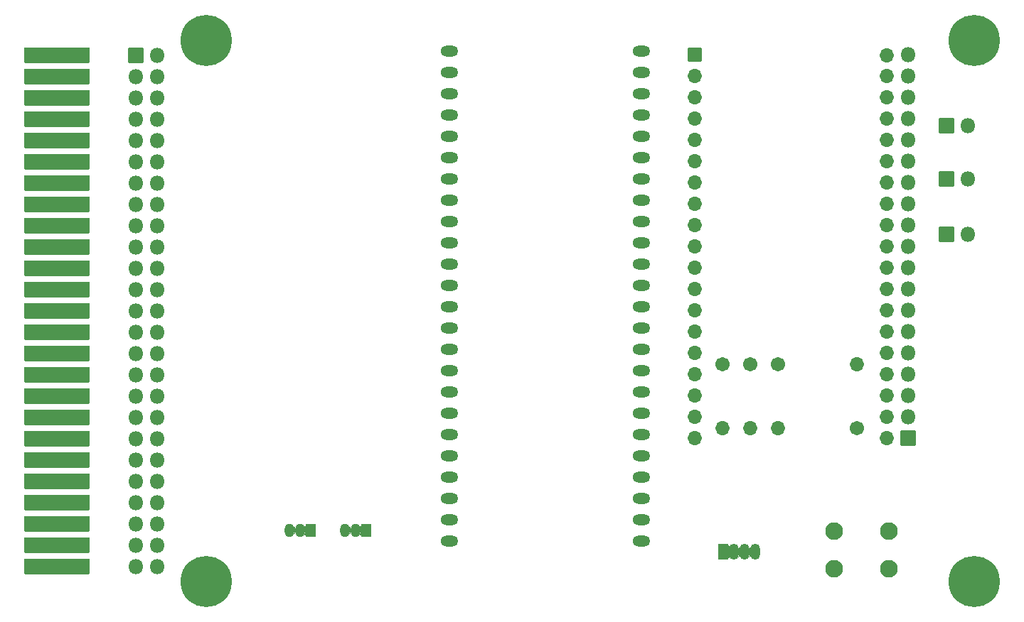
<source format=gbr>
%TF.GenerationSoftware,KiCad,Pcbnew,(6.0.7)*%
%TF.CreationDate,2022-08-24T05:19:48-07:00*%
%TF.ProjectId,TRS-IO-M1,5452532d-494f-42d4-9d31-2e6b69636164,rev?*%
%TF.SameCoordinates,Original*%
%TF.FileFunction,Soldermask,Bot*%
%TF.FilePolarity,Negative*%
%FSLAX46Y46*%
G04 Gerber Fmt 4.6, Leading zero omitted, Abs format (unit mm)*
G04 Created by KiCad (PCBNEW (6.0.7)) date 2022-08-24 05:19:48*
%MOMM*%
%LPD*%
G01*
G04 APERTURE LIST*
G04 Aperture macros list*
%AMRoundRect*
0 Rectangle with rounded corners*
0 $1 Rounding radius*
0 $2 $3 $4 $5 $6 $7 $8 $9 X,Y pos of 4 corners*
0 Add a 4 corners polygon primitive as box body*
4,1,4,$2,$3,$4,$5,$6,$7,$8,$9,$2,$3,0*
0 Add four circle primitives for the rounded corners*
1,1,$1+$1,$2,$3*
1,1,$1+$1,$4,$5*
1,1,$1+$1,$6,$7*
1,1,$1+$1,$8,$9*
0 Add four rect primitives between the rounded corners*
20,1,$1+$1,$2,$3,$4,$5,0*
20,1,$1+$1,$4,$5,$6,$7,0*
20,1,$1+$1,$6,$7,$8,$9,0*
20,1,$1+$1,$8,$9,$2,$3,0*%
G04 Aperture macros list end*
%ADD10RoundRect,0.051000X0.850000X0.850000X-0.850000X0.850000X-0.850000X-0.850000X0.850000X-0.850000X0*%
%ADD11O,1.802000X1.802000*%
%ADD12C,6.102000*%
%ADD13C,0.902000*%
%ADD14C,1.702000*%
%ADD15O,1.702000X1.702000*%
%ADD16O,2.102000X1.302000*%
%ADD17RoundRect,0.051000X0.525000X0.750000X-0.525000X0.750000X-0.525000X-0.750000X0.525000X-0.750000X0*%
%ADD18O,1.152000X1.602000*%
%ADD19RoundRect,0.051000X0.850000X-0.850000X0.850000X0.850000X-0.850000X0.850000X-0.850000X-0.850000X0*%
%ADD20RoundRect,0.051000X-0.800000X-0.800000X0.800000X-0.800000X0.800000X0.800000X-0.800000X0.800000X0*%
%ADD21RoundRect,0.051000X3.810000X-0.889000X3.810000X0.889000X-3.810000X0.889000X-3.810000X-0.889000X0*%
%ADD22RoundRect,0.051000X-0.535000X-0.900000X0.535000X-0.900000X0.535000X0.900000X-0.535000X0.900000X0*%
%ADD23O,1.172000X1.902000*%
%ADD24RoundRect,0.051000X-0.850000X-0.850000X0.850000X-0.850000X0.850000X0.850000X-0.850000X0.850000X0*%
%ADD25C,2.102000*%
G04 APERTURE END LIST*
D10*
%TO.C,J6*%
X208280000Y-108400000D03*
D11*
X208280000Y-105860000D03*
X208280000Y-103320000D03*
X208280000Y-100780000D03*
X208280000Y-98240000D03*
X208280000Y-95700000D03*
X208280000Y-93160000D03*
X208280000Y-90620000D03*
X208280000Y-88080000D03*
X208280000Y-85540000D03*
X208280000Y-83000000D03*
X208280000Y-80460000D03*
X208280000Y-77920000D03*
X208280000Y-75380000D03*
X208280000Y-72840000D03*
X208280000Y-70300000D03*
X208280000Y-67760000D03*
X208280000Y-65220000D03*
X208280000Y-62680000D03*
%TD*%
D12*
%TO.C,H1*%
X124714000Y-60960000D03*
D13*
X126304990Y-62550990D03*
X123123010Y-59369010D03*
X126964000Y-60960000D03*
X124714000Y-58710000D03*
X122464000Y-60960000D03*
X124714000Y-63210000D03*
X126304990Y-59369010D03*
X123123010Y-62550990D03*
%TD*%
%TO.C,H2*%
X217744990Y-62550990D03*
X218404000Y-60960000D03*
D12*
X216154000Y-60960000D03*
D13*
X213904000Y-60960000D03*
X214563010Y-62550990D03*
X214563010Y-59369010D03*
X217744990Y-59369010D03*
X216154000Y-63210000D03*
X216154000Y-58710000D03*
%TD*%
%TO.C,H3*%
X126964000Y-125476000D03*
X124714000Y-127726000D03*
X126304990Y-123885010D03*
X123123010Y-127066990D03*
D12*
X124714000Y-125476000D03*
D13*
X122464000Y-125476000D03*
X124714000Y-123226000D03*
X126304990Y-127066990D03*
X123123010Y-123885010D03*
%TD*%
%TO.C,H4*%
X217744990Y-123885010D03*
X213904000Y-125476000D03*
X217744990Y-127066990D03*
X216154000Y-127726000D03*
X214563010Y-123885010D03*
X218404000Y-125476000D03*
X216154000Y-123226000D03*
X214563010Y-127066990D03*
D12*
X216154000Y-125476000D03*
%TD*%
D14*
%TO.C,R1*%
X186182000Y-99568000D03*
D15*
X186182000Y-107188000D03*
%TD*%
D14*
%TO.C,R2*%
X192786000Y-99568000D03*
D15*
X192786000Y-107188000D03*
%TD*%
D16*
%TO.C,U5*%
X153650000Y-62230000D03*
X153650000Y-64770000D03*
X153650000Y-67310000D03*
X153650000Y-69850000D03*
X153650000Y-72390000D03*
X153650000Y-74930000D03*
X153650000Y-77470000D03*
X153650000Y-80010000D03*
X153650000Y-82550000D03*
X153650000Y-85090000D03*
X153650000Y-87630000D03*
X153650000Y-90170000D03*
X153650000Y-92710000D03*
X153650000Y-95250000D03*
X153650000Y-97790000D03*
X153650000Y-100330000D03*
X153650000Y-102870000D03*
X153650000Y-105410000D03*
X153650000Y-107950000D03*
X153650000Y-110490000D03*
X153650000Y-113030000D03*
X153650000Y-115570000D03*
X153650000Y-118110000D03*
X153650000Y-120650000D03*
X176550000Y-120650000D03*
X176550000Y-118110000D03*
X176550000Y-115570000D03*
X176550000Y-113030000D03*
X176550000Y-110490000D03*
X176550000Y-107950000D03*
X176550000Y-105410000D03*
X176550000Y-102870000D03*
X176550000Y-100330000D03*
X176550000Y-97790000D03*
X176550000Y-95250000D03*
X176550000Y-92710000D03*
X176550000Y-90170000D03*
X176550000Y-87630000D03*
X176550000Y-85090000D03*
X176550000Y-82550000D03*
X176550000Y-80010000D03*
X176550000Y-77470000D03*
X176550000Y-74930000D03*
X176550000Y-72390000D03*
X176550000Y-69850000D03*
X176550000Y-67310000D03*
X176550000Y-64770000D03*
X176550000Y-62230000D03*
%TD*%
D17*
%TO.C,Q2*%
X143764000Y-119380000D03*
D18*
X142494000Y-119380000D03*
X141224000Y-119380000D03*
%TD*%
D19*
%TO.C,J4*%
X212852000Y-71120000D03*
D11*
X215392000Y-71120000D03*
%TD*%
D20*
%TO.C,U6*%
X182880000Y-62645000D03*
D15*
X182880000Y-65185000D03*
X182880000Y-67725000D03*
X182880000Y-70265000D03*
X182880000Y-72805000D03*
X182880000Y-75345000D03*
X182880000Y-77885000D03*
X182880000Y-80425000D03*
X182880000Y-82965000D03*
X182880000Y-85505000D03*
X182880000Y-88045000D03*
X182880000Y-90585000D03*
X182880000Y-93125000D03*
X182880000Y-95665000D03*
X182880000Y-98205000D03*
X182880000Y-100745000D03*
X182880000Y-103285000D03*
X182880000Y-105825000D03*
X182880000Y-108365000D03*
X205740000Y-108365000D03*
X205740000Y-105825000D03*
X205740000Y-103285000D03*
X205740000Y-100745000D03*
X205740000Y-98205000D03*
X205740000Y-95665000D03*
X205740000Y-93125000D03*
X205740000Y-90585000D03*
X205740000Y-88045000D03*
X205740000Y-85505000D03*
X205740000Y-82965000D03*
X205740000Y-80425000D03*
X205740000Y-77885000D03*
X205740000Y-75345000D03*
X205740000Y-72805000D03*
X205740000Y-70265000D03*
X205740000Y-67725000D03*
X205740000Y-65185000D03*
X205740000Y-62708500D03*
%TD*%
D14*
%TO.C,R4*%
X202184000Y-107188000D03*
D15*
X202184000Y-99568000D03*
%TD*%
D21*
%TO.C,J1*%
X106934000Y-123698000D03*
X106934000Y-121158000D03*
X106934000Y-118618000D03*
X106934000Y-116078000D03*
X106934000Y-113538000D03*
X106934000Y-110998000D03*
X106934000Y-108458000D03*
X106934000Y-105918000D03*
X106934000Y-103378000D03*
X106934000Y-100838000D03*
X106934000Y-98298000D03*
X106934000Y-95758000D03*
X106934000Y-93218000D03*
X106934000Y-90678000D03*
X106934000Y-88138000D03*
X106934000Y-85598000D03*
X106934000Y-83058000D03*
X106934000Y-80518000D03*
X106934000Y-77978000D03*
X106934000Y-75438000D03*
X106934000Y-72898000D03*
X106934000Y-70358000D03*
X106934000Y-67818000D03*
X106934000Y-65278000D03*
X106934000Y-62738000D03*
%TD*%
D19*
%TO.C,J5*%
X212847000Y-84074000D03*
D11*
X215387000Y-84074000D03*
%TD*%
D19*
%TO.C,J3*%
X212852000Y-77470000D03*
D11*
X215392000Y-77470000D03*
%TD*%
D14*
%TO.C,R3*%
X189484000Y-99568000D03*
D15*
X189484000Y-107188000D03*
%TD*%
D22*
%TO.C,D1*%
X186314000Y-121920000D03*
D23*
X187584000Y-121920000D03*
X188854000Y-121920000D03*
X190124000Y-121920000D03*
%TD*%
D17*
%TO.C,Q1*%
X137160000Y-119380000D03*
D18*
X135890000Y-119380000D03*
X134620000Y-119380000D03*
%TD*%
D11*
%TO.C,J2*%
X118867000Y-123703000D03*
X116327000Y-123703000D03*
X118867000Y-121163000D03*
X116327000Y-121163000D03*
X118867000Y-118623000D03*
X116327000Y-118623000D03*
X118867000Y-116083000D03*
X116327000Y-116083000D03*
X118867000Y-113543000D03*
X116327000Y-113543000D03*
X118867000Y-111003000D03*
X116327000Y-111003000D03*
X118867000Y-108463000D03*
X116327000Y-108463000D03*
X118867000Y-105923000D03*
X116327000Y-105923000D03*
X118867000Y-103383000D03*
X116327000Y-103383000D03*
X118867000Y-100843000D03*
X116327000Y-100843000D03*
X118867000Y-98303000D03*
X116327000Y-98303000D03*
X118867000Y-95763000D03*
X116327000Y-95763000D03*
X118867000Y-93223000D03*
X116327000Y-93223000D03*
X118867000Y-90683000D03*
X116327000Y-90683000D03*
X118867000Y-88143000D03*
X116327000Y-88143000D03*
X118867000Y-85603000D03*
X116327000Y-85603000D03*
X118867000Y-83063000D03*
X116327000Y-83063000D03*
X118867000Y-80523000D03*
X116327000Y-80523000D03*
X118867000Y-77983000D03*
X116327000Y-77983000D03*
X118867000Y-75443000D03*
X116327000Y-75443000D03*
X118867000Y-72903000D03*
X116327000Y-72903000D03*
X118867000Y-70363000D03*
X116327000Y-70363000D03*
X118867000Y-67823000D03*
X116327000Y-67823000D03*
X118867000Y-65283000D03*
X116327000Y-65283000D03*
X118867000Y-62743000D03*
D24*
X116327000Y-62743000D03*
%TD*%
D25*
%TO.C,SW1*%
X205994000Y-123952000D03*
X199494000Y-123952000D03*
X205994000Y-119452000D03*
X199494000Y-119452000D03*
%TD*%
G36*
X186901919Y-121122267D02*
G01*
X186921595Y-121189279D01*
X186973938Y-121234634D01*
X187042491Y-121244491D01*
X187105647Y-121215648D01*
X187125702Y-121193450D01*
X187147559Y-121162350D01*
X187147880Y-121161993D01*
X187156637Y-121154354D01*
X187158600Y-121153969D01*
X187159915Y-121155476D01*
X187159539Y-121157079D01*
X187078255Y-121263010D01*
X187019916Y-121403854D01*
X187000000Y-121555132D01*
X187000000Y-122284868D01*
X187019916Y-122436146D01*
X187078255Y-122576990D01*
X187157646Y-122680455D01*
X187157907Y-122682438D01*
X187156320Y-122683656D01*
X187154728Y-122683166D01*
X187143790Y-122673420D01*
X187143473Y-122673060D01*
X187126528Y-122648406D01*
X187072578Y-122604506D01*
X187003750Y-122596775D01*
X186941671Y-122627481D01*
X186905962Y-122687018D01*
X186901984Y-122718092D01*
X186900772Y-122719683D01*
X186898788Y-122719429D01*
X186898000Y-122717838D01*
X186898000Y-121122830D01*
X186899000Y-121121098D01*
X186901000Y-121121098D01*
X186901919Y-121122267D01*
G37*
G36*
X189613359Y-121273141D02*
G01*
X189613393Y-121274748D01*
X189559916Y-121403854D01*
X189540000Y-121555132D01*
X189540000Y-122284868D01*
X189559916Y-122436146D01*
X189612204Y-122562380D01*
X189611943Y-122564363D01*
X189610095Y-122565128D01*
X189608708Y-122564278D01*
X189595993Y-122545778D01*
X189595466Y-122545820D01*
X189594730Y-122545220D01*
X189561864Y-122501704D01*
X189496869Y-122477778D01*
X189429259Y-122492789D01*
X189380329Y-122542137D01*
X189374003Y-122555800D01*
X189371504Y-122562209D01*
X189371277Y-122562633D01*
X189368091Y-122567167D01*
X189366277Y-122568009D01*
X189364641Y-122566859D01*
X189364607Y-122565252D01*
X189418084Y-122436146D01*
X189438000Y-122284868D01*
X189438000Y-121555132D01*
X189418084Y-121403854D01*
X189365796Y-121277620D01*
X189366057Y-121275637D01*
X189367905Y-121274872D01*
X189369292Y-121275722D01*
X189382007Y-121294222D01*
X189382534Y-121294180D01*
X189383270Y-121294780D01*
X189416136Y-121338296D01*
X189481131Y-121362222D01*
X189548741Y-121347211D01*
X189597671Y-121297863D01*
X189603997Y-121284200D01*
X189606496Y-121277791D01*
X189606723Y-121277367D01*
X189609909Y-121272833D01*
X189611723Y-121271991D01*
X189613359Y-121273141D01*
G37*
G36*
X188343359Y-121273141D02*
G01*
X188343393Y-121274748D01*
X188289916Y-121403854D01*
X188270000Y-121555132D01*
X188270000Y-122284868D01*
X188289916Y-122436146D01*
X188342204Y-122562380D01*
X188341943Y-122564363D01*
X188340095Y-122565128D01*
X188338708Y-122564278D01*
X188325993Y-122545778D01*
X188325466Y-122545820D01*
X188324730Y-122545220D01*
X188291864Y-122501704D01*
X188226869Y-122477778D01*
X188159259Y-122492789D01*
X188110329Y-122542137D01*
X188104003Y-122555800D01*
X188101504Y-122562209D01*
X188101277Y-122562633D01*
X188098091Y-122567167D01*
X188096277Y-122568009D01*
X188094641Y-122566859D01*
X188094607Y-122565252D01*
X188148084Y-122436146D01*
X188168000Y-122284868D01*
X188168000Y-121555132D01*
X188148084Y-121403854D01*
X188095796Y-121277620D01*
X188096057Y-121275637D01*
X188097905Y-121274872D01*
X188099292Y-121275722D01*
X188112007Y-121294222D01*
X188112534Y-121294180D01*
X188113270Y-121294780D01*
X188146136Y-121338296D01*
X188211131Y-121362222D01*
X188278741Y-121347211D01*
X188327671Y-121297863D01*
X188333997Y-121284200D01*
X188336496Y-121277791D01*
X188336723Y-121277367D01*
X188339909Y-121272833D01*
X188341723Y-121271991D01*
X188343359Y-121273141D01*
G37*
G36*
X136585212Y-118752649D02*
G01*
X136586000Y-118754240D01*
X136586000Y-120005678D01*
X136585000Y-120007410D01*
X136583000Y-120007410D01*
X136582081Y-120006241D01*
X136562405Y-119939229D01*
X136510062Y-119893874D01*
X136441509Y-119884017D01*
X136378352Y-119912860D01*
X136363437Y-119929370D01*
X136361534Y-119929985D01*
X136360050Y-119928644D01*
X136360366Y-119926811D01*
X136387085Y-119891990D01*
X136444424Y-119753558D01*
X136464000Y-119604868D01*
X136464000Y-119155132D01*
X136444424Y-119006442D01*
X136387085Y-118868010D01*
X136356125Y-118827662D01*
X136355864Y-118825679D01*
X136357451Y-118824461D01*
X136358974Y-118824893D01*
X136411421Y-118867572D01*
X136480249Y-118875303D01*
X136542328Y-118844598D01*
X136578038Y-118785061D01*
X136582016Y-118753986D01*
X136583228Y-118752395D01*
X136585212Y-118752649D01*
G37*
G36*
X143189212Y-118752649D02*
G01*
X143190000Y-118754240D01*
X143190000Y-120005678D01*
X143189000Y-120007410D01*
X143187000Y-120007410D01*
X143186081Y-120006241D01*
X143166405Y-119939229D01*
X143114062Y-119893874D01*
X143045509Y-119884017D01*
X142982352Y-119912860D01*
X142967437Y-119929370D01*
X142965534Y-119929985D01*
X142964050Y-119928644D01*
X142964366Y-119926811D01*
X142991085Y-119891990D01*
X143048424Y-119753558D01*
X143068000Y-119604868D01*
X143068000Y-119155132D01*
X143048424Y-119006442D01*
X142991085Y-118868010D01*
X142960125Y-118827662D01*
X142959864Y-118825679D01*
X142961451Y-118824461D01*
X142962974Y-118824893D01*
X143015421Y-118867572D01*
X143084249Y-118875303D01*
X143146328Y-118844598D01*
X143182038Y-118785061D01*
X143186016Y-118753986D01*
X143187228Y-118752395D01*
X143189212Y-118752649D01*
G37*
G36*
X135388076Y-118878004D02*
G01*
X135388110Y-118879611D01*
X135335576Y-119006442D01*
X135316000Y-119155132D01*
X135316000Y-119604868D01*
X135335576Y-119753558D01*
X135386941Y-119877565D01*
X135386680Y-119879548D01*
X135384832Y-119880313D01*
X135383445Y-119879463D01*
X135378707Y-119872570D01*
X135378484Y-119872144D01*
X135369930Y-119849506D01*
X135328008Y-119794002D01*
X135263013Y-119770075D01*
X135195403Y-119785087D01*
X135146474Y-119834436D01*
X135140149Y-119848094D01*
X135128689Y-119877487D01*
X135128462Y-119877910D01*
X135125374Y-119882304D01*
X135123560Y-119883146D01*
X135121924Y-119881996D01*
X135121890Y-119880389D01*
X135174424Y-119753558D01*
X135194000Y-119604868D01*
X135194000Y-119155132D01*
X135174424Y-119006442D01*
X135123059Y-118882435D01*
X135123320Y-118880452D01*
X135125168Y-118879687D01*
X135126555Y-118880537D01*
X135131293Y-118887430D01*
X135131516Y-118887856D01*
X135140070Y-118910494D01*
X135181992Y-118965998D01*
X135246987Y-118989925D01*
X135314597Y-118974913D01*
X135363526Y-118925564D01*
X135369851Y-118911906D01*
X135381311Y-118882513D01*
X135381538Y-118882090D01*
X135384626Y-118877696D01*
X135386440Y-118876854D01*
X135388076Y-118878004D01*
G37*
G36*
X141992076Y-118878004D02*
G01*
X141992110Y-118879611D01*
X141939576Y-119006442D01*
X141920000Y-119155132D01*
X141920000Y-119604868D01*
X141939576Y-119753558D01*
X141990941Y-119877565D01*
X141990680Y-119879548D01*
X141988832Y-119880313D01*
X141987445Y-119879463D01*
X141982707Y-119872570D01*
X141982484Y-119872144D01*
X141973930Y-119849506D01*
X141932008Y-119794002D01*
X141867013Y-119770075D01*
X141799403Y-119785087D01*
X141750474Y-119834436D01*
X141744149Y-119848094D01*
X141732689Y-119877487D01*
X141732462Y-119877910D01*
X141729374Y-119882304D01*
X141727560Y-119883146D01*
X141725924Y-119881996D01*
X141725890Y-119880389D01*
X141778424Y-119753558D01*
X141798000Y-119604868D01*
X141798000Y-119155132D01*
X141778424Y-119006442D01*
X141727059Y-118882435D01*
X141727320Y-118880452D01*
X141729168Y-118879687D01*
X141730555Y-118880537D01*
X141735293Y-118887430D01*
X141735516Y-118887856D01*
X141744070Y-118910494D01*
X141785992Y-118965998D01*
X141850987Y-118989925D01*
X141918597Y-118974913D01*
X141967526Y-118925564D01*
X141973851Y-118911906D01*
X141985311Y-118882513D01*
X141985538Y-118882090D01*
X141988626Y-118877696D01*
X141990440Y-118876854D01*
X141992076Y-118878004D01*
G37*
M02*

</source>
